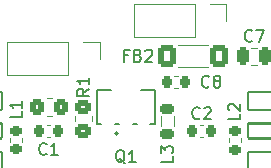
<source format=gto>
G04 #@! TF.GenerationSoftware,KiCad,Pcbnew,9.0.2*
G04 #@! TF.CreationDate,2025-07-13T18:06:46-04:00*
G04 #@! TF.ProjectId,new-pa-test-board,6e65772d-7061-42d7-9465-73742d626f61,rev?*
G04 #@! TF.SameCoordinates,Original*
G04 #@! TF.FileFunction,Legend,Top*
G04 #@! TF.FilePolarity,Positive*
%FSLAX46Y46*%
G04 Gerber Fmt 4.6, Leading zero omitted, Abs format (unit mm)*
G04 Created by KiCad (PCBNEW 9.0.2) date 2025-07-13 18:06:46*
%MOMM*%
%LPD*%
G01*
G04 APERTURE LIST*
G04 Aperture macros list*
%AMRoundRect*
0 Rectangle with rounded corners*
0 $1 Rounding radius*
0 $2 $3 $4 $5 $6 $7 $8 $9 X,Y pos of 4 corners*
0 Add a 4 corners polygon primitive as box body*
4,1,4,$2,$3,$4,$5,$6,$7,$8,$9,$2,$3,0*
0 Add four circle primitives for the rounded corners*
1,1,$1+$1,$2,$3*
1,1,$1+$1,$4,$5*
1,1,$1+$1,$6,$7*
1,1,$1+$1,$8,$9*
0 Add four rect primitives between the rounded corners*
20,1,$1+$1,$2,$3,$4,$5,0*
20,1,$1+$1,$4,$5,$6,$7,0*
20,1,$1+$1,$6,$7,$8,$9,0*
20,1,$1+$1,$8,$9,$2,$3,0*%
%AMFreePoly0*
4,1,9,1.027100,-1.741300,0.379400,-2.363600,0.379400,-2.795400,-0.179400,-2.795400,-0.179400,-2.338200,-0.827100,-1.741300,-0.827100,1.116200,1.027100,1.116200,1.027100,-1.741300,1.027100,-1.741300,$1*%
G04 Aperture macros list end*
%ADD10C,0.150000*%
%ADD11C,0.120000*%
%ADD12C,0.152400*%
%ADD13C,0.000000*%
%ADD14RoundRect,0.218750X0.381250X-0.218750X0.381250X0.218750X-0.381250X0.218750X-0.381250X-0.218750X0*%
%ADD15RoundRect,0.250000X-0.250000X-0.475000X0.250000X-0.475000X0.250000X0.475000X-0.250000X0.475000X0*%
%ADD16RoundRect,0.218750X-0.256250X0.218750X-0.256250X-0.218750X0.256250X-0.218750X0.256250X0.218750X0*%
%ADD17RoundRect,0.101600X-2.032000X0.635000X-2.032000X-0.635000X2.032000X-0.635000X2.032000X0.635000X0*%
%ADD18RoundRect,0.101600X-2.032000X0.762000X-2.032000X-0.762000X2.032000X-0.762000X2.032000X0.762000X0*%
%ADD19RoundRect,0.101600X2.032000X-0.635000X2.032000X0.635000X-2.032000X0.635000X-2.032000X-0.635000X0*%
%ADD20RoundRect,0.101600X2.032000X-0.762000X2.032000X0.762000X-2.032000X0.762000X-2.032000X-0.762000X0*%
%ADD21RoundRect,0.225000X-0.225000X-0.250000X0.225000X-0.250000X0.225000X0.250000X-0.225000X0.250000X0*%
%ADD22RoundRect,0.250000X-0.450000X0.350000X-0.450000X-0.350000X0.450000X-0.350000X0.450000X0.350000X0*%
%ADD23RoundRect,0.250000X-0.350000X-0.450000X0.350000X-0.450000X0.350000X0.450000X-0.350000X0.450000X0*%
%ADD24RoundRect,0.250000X-0.475000X-0.700000X0.475000X-0.700000X0.475000X0.700000X-0.475000X0.700000X0*%
%ADD25R,0.482600X1.397000*%
%ADD26FreePoly0,0.000000*%
%ADD27R,0.558800X1.397000*%
%ADD28R,1.700000X1.700000*%
%ADD29C,1.700000*%
G04 APERTURE END LIST*
D10*
X160654819Y-91866666D02*
X160654819Y-92342856D01*
X160654819Y-92342856D02*
X159654819Y-92342856D01*
X159654819Y-91628570D02*
X159654819Y-91009523D01*
X159654819Y-91009523D02*
X160035771Y-91342856D01*
X160035771Y-91342856D02*
X160035771Y-91199999D01*
X160035771Y-91199999D02*
X160083390Y-91104761D01*
X160083390Y-91104761D02*
X160131009Y-91057142D01*
X160131009Y-91057142D02*
X160226247Y-91009523D01*
X160226247Y-91009523D02*
X160464342Y-91009523D01*
X160464342Y-91009523D02*
X160559580Y-91057142D01*
X160559580Y-91057142D02*
X160607200Y-91104761D01*
X160607200Y-91104761D02*
X160654819Y-91199999D01*
X160654819Y-91199999D02*
X160654819Y-91485713D01*
X160654819Y-91485713D02*
X160607200Y-91580951D01*
X160607200Y-91580951D02*
X160559580Y-91628570D01*
X167370833Y-82079580D02*
X167323214Y-82127200D01*
X167323214Y-82127200D02*
X167180357Y-82174819D01*
X167180357Y-82174819D02*
X167085119Y-82174819D01*
X167085119Y-82174819D02*
X166942262Y-82127200D01*
X166942262Y-82127200D02*
X166847024Y-82031961D01*
X166847024Y-82031961D02*
X166799405Y-81936723D01*
X166799405Y-81936723D02*
X166751786Y-81746247D01*
X166751786Y-81746247D02*
X166751786Y-81603390D01*
X166751786Y-81603390D02*
X166799405Y-81412914D01*
X166799405Y-81412914D02*
X166847024Y-81317676D01*
X166847024Y-81317676D02*
X166942262Y-81222438D01*
X166942262Y-81222438D02*
X167085119Y-81174819D01*
X167085119Y-81174819D02*
X167180357Y-81174819D01*
X167180357Y-81174819D02*
X167323214Y-81222438D01*
X167323214Y-81222438D02*
X167370833Y-81270057D01*
X167704167Y-81174819D02*
X168370833Y-81174819D01*
X168370833Y-81174819D02*
X167942262Y-82174819D01*
X166354819Y-88266666D02*
X166354819Y-88742856D01*
X166354819Y-88742856D02*
X165354819Y-88742856D01*
X165450057Y-87980951D02*
X165402438Y-87933332D01*
X165402438Y-87933332D02*
X165354819Y-87838094D01*
X165354819Y-87838094D02*
X165354819Y-87599999D01*
X165354819Y-87599999D02*
X165402438Y-87504761D01*
X165402438Y-87504761D02*
X165450057Y-87457142D01*
X165450057Y-87457142D02*
X165545295Y-87409523D01*
X165545295Y-87409523D02*
X165640533Y-87409523D01*
X165640533Y-87409523D02*
X165783390Y-87457142D01*
X165783390Y-87457142D02*
X166354819Y-88028570D01*
X166354819Y-88028570D02*
X166354819Y-87409523D01*
X147854819Y-88066666D02*
X147854819Y-88542856D01*
X147854819Y-88542856D02*
X146854819Y-88542856D01*
X147854819Y-87209523D02*
X147854819Y-87780951D01*
X147854819Y-87495237D02*
X146854819Y-87495237D01*
X146854819Y-87495237D02*
X146997676Y-87590475D01*
X146997676Y-87590475D02*
X147092914Y-87685713D01*
X147092914Y-87685713D02*
X147140533Y-87780951D01*
X163733333Y-85959580D02*
X163685714Y-86007200D01*
X163685714Y-86007200D02*
X163542857Y-86054819D01*
X163542857Y-86054819D02*
X163447619Y-86054819D01*
X163447619Y-86054819D02*
X163304762Y-86007200D01*
X163304762Y-86007200D02*
X163209524Y-85911961D01*
X163209524Y-85911961D02*
X163161905Y-85816723D01*
X163161905Y-85816723D02*
X163114286Y-85626247D01*
X163114286Y-85626247D02*
X163114286Y-85483390D01*
X163114286Y-85483390D02*
X163161905Y-85292914D01*
X163161905Y-85292914D02*
X163209524Y-85197676D01*
X163209524Y-85197676D02*
X163304762Y-85102438D01*
X163304762Y-85102438D02*
X163447619Y-85054819D01*
X163447619Y-85054819D02*
X163542857Y-85054819D01*
X163542857Y-85054819D02*
X163685714Y-85102438D01*
X163685714Y-85102438D02*
X163733333Y-85150057D01*
X164304762Y-85483390D02*
X164209524Y-85435771D01*
X164209524Y-85435771D02*
X164161905Y-85388152D01*
X164161905Y-85388152D02*
X164114286Y-85292914D01*
X164114286Y-85292914D02*
X164114286Y-85245295D01*
X164114286Y-85245295D02*
X164161905Y-85150057D01*
X164161905Y-85150057D02*
X164209524Y-85102438D01*
X164209524Y-85102438D02*
X164304762Y-85054819D01*
X164304762Y-85054819D02*
X164495238Y-85054819D01*
X164495238Y-85054819D02*
X164590476Y-85102438D01*
X164590476Y-85102438D02*
X164638095Y-85150057D01*
X164638095Y-85150057D02*
X164685714Y-85245295D01*
X164685714Y-85245295D02*
X164685714Y-85292914D01*
X164685714Y-85292914D02*
X164638095Y-85388152D01*
X164638095Y-85388152D02*
X164590476Y-85435771D01*
X164590476Y-85435771D02*
X164495238Y-85483390D01*
X164495238Y-85483390D02*
X164304762Y-85483390D01*
X164304762Y-85483390D02*
X164209524Y-85531009D01*
X164209524Y-85531009D02*
X164161905Y-85578628D01*
X164161905Y-85578628D02*
X164114286Y-85673866D01*
X164114286Y-85673866D02*
X164114286Y-85864342D01*
X164114286Y-85864342D02*
X164161905Y-85959580D01*
X164161905Y-85959580D02*
X164209524Y-86007200D01*
X164209524Y-86007200D02*
X164304762Y-86054819D01*
X164304762Y-86054819D02*
X164495238Y-86054819D01*
X164495238Y-86054819D02*
X164590476Y-86007200D01*
X164590476Y-86007200D02*
X164638095Y-85959580D01*
X164638095Y-85959580D02*
X164685714Y-85864342D01*
X164685714Y-85864342D02*
X164685714Y-85673866D01*
X164685714Y-85673866D02*
X164638095Y-85578628D01*
X164638095Y-85578628D02*
X164590476Y-85531009D01*
X164590476Y-85531009D02*
X164495238Y-85483390D01*
X162933333Y-88629580D02*
X162885714Y-88677200D01*
X162885714Y-88677200D02*
X162742857Y-88724819D01*
X162742857Y-88724819D02*
X162647619Y-88724819D01*
X162647619Y-88724819D02*
X162504762Y-88677200D01*
X162504762Y-88677200D02*
X162409524Y-88581961D01*
X162409524Y-88581961D02*
X162361905Y-88486723D01*
X162361905Y-88486723D02*
X162314286Y-88296247D01*
X162314286Y-88296247D02*
X162314286Y-88153390D01*
X162314286Y-88153390D02*
X162361905Y-87962914D01*
X162361905Y-87962914D02*
X162409524Y-87867676D01*
X162409524Y-87867676D02*
X162504762Y-87772438D01*
X162504762Y-87772438D02*
X162647619Y-87724819D01*
X162647619Y-87724819D02*
X162742857Y-87724819D01*
X162742857Y-87724819D02*
X162885714Y-87772438D01*
X162885714Y-87772438D02*
X162933333Y-87820057D01*
X163314286Y-87820057D02*
X163361905Y-87772438D01*
X163361905Y-87772438D02*
X163457143Y-87724819D01*
X163457143Y-87724819D02*
X163695238Y-87724819D01*
X163695238Y-87724819D02*
X163790476Y-87772438D01*
X163790476Y-87772438D02*
X163838095Y-87820057D01*
X163838095Y-87820057D02*
X163885714Y-87915295D01*
X163885714Y-87915295D02*
X163885714Y-88010533D01*
X163885714Y-88010533D02*
X163838095Y-88153390D01*
X163838095Y-88153390D02*
X163266667Y-88724819D01*
X163266667Y-88724819D02*
X163885714Y-88724819D01*
X149970833Y-91659580D02*
X149923214Y-91707200D01*
X149923214Y-91707200D02*
X149780357Y-91754819D01*
X149780357Y-91754819D02*
X149685119Y-91754819D01*
X149685119Y-91754819D02*
X149542262Y-91707200D01*
X149542262Y-91707200D02*
X149447024Y-91611961D01*
X149447024Y-91611961D02*
X149399405Y-91516723D01*
X149399405Y-91516723D02*
X149351786Y-91326247D01*
X149351786Y-91326247D02*
X149351786Y-91183390D01*
X149351786Y-91183390D02*
X149399405Y-90992914D01*
X149399405Y-90992914D02*
X149447024Y-90897676D01*
X149447024Y-90897676D02*
X149542262Y-90802438D01*
X149542262Y-90802438D02*
X149685119Y-90754819D01*
X149685119Y-90754819D02*
X149780357Y-90754819D01*
X149780357Y-90754819D02*
X149923214Y-90802438D01*
X149923214Y-90802438D02*
X149970833Y-90850057D01*
X150923214Y-91754819D02*
X150351786Y-91754819D01*
X150637500Y-91754819D02*
X150637500Y-90754819D01*
X150637500Y-90754819D02*
X150542262Y-90897676D01*
X150542262Y-90897676D02*
X150447024Y-90992914D01*
X150447024Y-90992914D02*
X150351786Y-91040533D01*
X153554819Y-86166666D02*
X153078628Y-86499999D01*
X153554819Y-86738094D02*
X152554819Y-86738094D01*
X152554819Y-86738094D02*
X152554819Y-86357142D01*
X152554819Y-86357142D02*
X152602438Y-86261904D01*
X152602438Y-86261904D02*
X152650057Y-86214285D01*
X152650057Y-86214285D02*
X152745295Y-86166666D01*
X152745295Y-86166666D02*
X152888152Y-86166666D01*
X152888152Y-86166666D02*
X152983390Y-86214285D01*
X152983390Y-86214285D02*
X153031009Y-86261904D01*
X153031009Y-86261904D02*
X153078628Y-86357142D01*
X153078628Y-86357142D02*
X153078628Y-86738094D01*
X153554819Y-85214285D02*
X153554819Y-85785713D01*
X153554819Y-85499999D02*
X152554819Y-85499999D01*
X152554819Y-85499999D02*
X152697676Y-85595237D01*
X152697676Y-85595237D02*
X152792914Y-85690475D01*
X152792914Y-85690475D02*
X152840533Y-85785713D01*
X156866666Y-83331009D02*
X156533333Y-83331009D01*
X156533333Y-83854819D02*
X156533333Y-82854819D01*
X156533333Y-82854819D02*
X157009523Y-82854819D01*
X157723809Y-83331009D02*
X157866666Y-83378628D01*
X157866666Y-83378628D02*
X157914285Y-83426247D01*
X157914285Y-83426247D02*
X157961904Y-83521485D01*
X157961904Y-83521485D02*
X157961904Y-83664342D01*
X157961904Y-83664342D02*
X157914285Y-83759580D01*
X157914285Y-83759580D02*
X157866666Y-83807200D01*
X157866666Y-83807200D02*
X157771428Y-83854819D01*
X157771428Y-83854819D02*
X157390476Y-83854819D01*
X157390476Y-83854819D02*
X157390476Y-82854819D01*
X157390476Y-82854819D02*
X157723809Y-82854819D01*
X157723809Y-82854819D02*
X157819047Y-82902438D01*
X157819047Y-82902438D02*
X157866666Y-82950057D01*
X157866666Y-82950057D02*
X157914285Y-83045295D01*
X157914285Y-83045295D02*
X157914285Y-83140533D01*
X157914285Y-83140533D02*
X157866666Y-83235771D01*
X157866666Y-83235771D02*
X157819047Y-83283390D01*
X157819047Y-83283390D02*
X157723809Y-83331009D01*
X157723809Y-83331009D02*
X157390476Y-83331009D01*
X158342857Y-82950057D02*
X158390476Y-82902438D01*
X158390476Y-82902438D02*
X158485714Y-82854819D01*
X158485714Y-82854819D02*
X158723809Y-82854819D01*
X158723809Y-82854819D02*
X158819047Y-82902438D01*
X158819047Y-82902438D02*
X158866666Y-82950057D01*
X158866666Y-82950057D02*
X158914285Y-83045295D01*
X158914285Y-83045295D02*
X158914285Y-83140533D01*
X158914285Y-83140533D02*
X158866666Y-83283390D01*
X158866666Y-83283390D02*
X158295238Y-83854819D01*
X158295238Y-83854819D02*
X158914285Y-83854819D01*
X156604761Y-92450057D02*
X156509523Y-92402438D01*
X156509523Y-92402438D02*
X156414285Y-92307200D01*
X156414285Y-92307200D02*
X156271428Y-92164342D01*
X156271428Y-92164342D02*
X156176190Y-92116723D01*
X156176190Y-92116723D02*
X156080952Y-92116723D01*
X156128571Y-92354819D02*
X156033333Y-92307200D01*
X156033333Y-92307200D02*
X155938095Y-92211961D01*
X155938095Y-92211961D02*
X155890476Y-92021485D01*
X155890476Y-92021485D02*
X155890476Y-91688152D01*
X155890476Y-91688152D02*
X155938095Y-91497676D01*
X155938095Y-91497676D02*
X156033333Y-91402438D01*
X156033333Y-91402438D02*
X156128571Y-91354819D01*
X156128571Y-91354819D02*
X156319047Y-91354819D01*
X156319047Y-91354819D02*
X156414285Y-91402438D01*
X156414285Y-91402438D02*
X156509523Y-91497676D01*
X156509523Y-91497676D02*
X156557142Y-91688152D01*
X156557142Y-91688152D02*
X156557142Y-92021485D01*
X156557142Y-92021485D02*
X156509523Y-92211961D01*
X156509523Y-92211961D02*
X156414285Y-92307200D01*
X156414285Y-92307200D02*
X156319047Y-92354819D01*
X156319047Y-92354819D02*
X156128571Y-92354819D01*
X157509523Y-92354819D02*
X156938095Y-92354819D01*
X157223809Y-92354819D02*
X157223809Y-91354819D01*
X157223809Y-91354819D02*
X157128571Y-91497676D01*
X157128571Y-91497676D02*
X157033333Y-91592914D01*
X157033333Y-91592914D02*
X156938095Y-91640533D01*
D11*
X159640000Y-89299622D02*
X159640000Y-88500378D01*
X160760000Y-89299622D02*
X160760000Y-88500378D01*
X167276248Y-82665000D02*
X167798752Y-82665000D01*
X167276248Y-84135000D02*
X167798752Y-84135000D01*
X166410000Y-90349721D02*
X166410000Y-90675279D01*
X165390000Y-90349721D02*
X165390000Y-90675279D01*
X147885000Y-90337221D02*
X147885000Y-90662779D01*
X146865000Y-90337221D02*
X146865000Y-90662779D01*
X160784420Y-85090000D02*
X161065580Y-85090000D01*
X160784420Y-86110000D02*
X161065580Y-86110000D01*
X162959420Y-89190000D02*
X163240580Y-89190000D01*
X162959420Y-90210000D02*
X163240580Y-90210000D01*
X149996920Y-89190000D02*
X150278080Y-89190000D01*
X149996920Y-90210000D02*
X150278080Y-90210000D01*
X152365000Y-88472936D02*
X152365000Y-88927064D01*
X153835000Y-88472936D02*
X153835000Y-88927064D01*
X149972936Y-86965000D02*
X150427064Y-86965000D01*
X149972936Y-88435000D02*
X150427064Y-88435000D01*
X161139758Y-82490000D02*
X163660242Y-82490000D01*
X161139758Y-84310000D02*
X163660242Y-84310000D01*
D12*
X154274300Y-86283700D02*
X154274300Y-89128500D01*
X154274300Y-89128500D02*
X154625960Y-89128500D01*
X155440160Y-86283700D02*
X154274300Y-86283700D01*
X155774040Y-89128500D02*
X156087860Y-89128500D01*
X157312140Y-89128500D02*
X157625960Y-89128500D01*
X158774040Y-89128500D02*
X159125700Y-89128500D01*
X159125700Y-86283700D02*
X157959840Y-86283700D01*
X159125700Y-89128500D02*
X159125700Y-86283700D01*
X156027000Y-89933100D02*
G75*
G02*
X155773000Y-89933100I-127000J0D01*
G01*
X155773000Y-89933100D02*
G75*
G02*
X156027000Y-89933100I127000J0D01*
G01*
D11*
X157340000Y-79020000D02*
X157340000Y-81780000D01*
X162530000Y-79020000D02*
X157340000Y-79020000D01*
X162530000Y-79020000D02*
X162530000Y-81780000D01*
X162530000Y-81780000D02*
X157340000Y-81780000D01*
X163800000Y-79020000D02*
X165180000Y-79020000D01*
X165180000Y-79020000D02*
X165180000Y-80400000D01*
X146640000Y-82220000D02*
X146640000Y-84980000D01*
X151830000Y-82220000D02*
X146640000Y-82220000D01*
X151830000Y-82220000D02*
X151830000Y-84980000D01*
X151830000Y-84980000D02*
X146640000Y-84980000D01*
X153100000Y-82220000D02*
X154480000Y-82220000D01*
X154480000Y-82220000D02*
X154480000Y-83600000D01*
%LPC*%
D13*
G36*
X157601700Y-87922000D02*
G01*
X156979400Y-88544300D01*
X156979400Y-89001500D01*
X156420600Y-89001500D01*
X156420600Y-88544300D01*
X155798300Y-87922000D01*
X155798300Y-85242300D01*
X157601700Y-85242300D01*
X157601700Y-87922000D01*
G37*
D14*
X160200000Y-89962500D03*
X160200000Y-87837500D03*
D15*
X166587500Y-83400000D03*
X168487500Y-83400000D03*
D16*
X165900000Y-89725000D03*
X165900000Y-91300000D03*
X147375000Y-89712500D03*
X147375000Y-91287500D03*
D17*
X169045450Y-89700000D03*
D18*
X169045450Y-92240000D03*
X169045450Y-87160000D03*
D19*
X144175000Y-89700000D03*
D20*
X144175000Y-87160000D03*
X144175000Y-92240000D03*
D21*
X160150000Y-85600000D03*
X161700000Y-85600000D03*
X162325000Y-89700000D03*
X163875000Y-89700000D03*
X149362500Y-89700000D03*
X150912500Y-89700000D03*
D22*
X153100000Y-87700000D03*
X153100000Y-89700000D03*
D23*
X149200000Y-87700000D03*
X151200000Y-87700000D03*
D24*
X160200000Y-83400000D03*
X164600000Y-83400000D03*
D25*
X158200000Y-89700000D03*
X155200000Y-89700000D03*
D26*
X156600000Y-86206100D03*
D27*
X156700000Y-89700000D03*
D28*
X163800000Y-80400000D03*
D29*
X161260000Y-80400000D03*
X158720000Y-80400000D03*
D28*
X153100000Y-83600000D03*
D29*
X150560000Y-83600000D03*
X148020000Y-83600000D03*
%LPD*%
M02*

</source>
